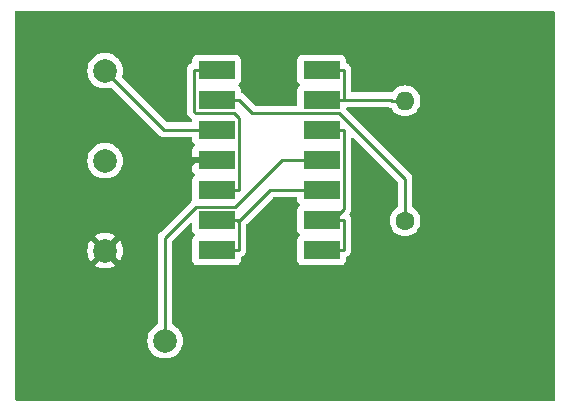
<source format=gbr>
%TF.GenerationSoftware,KiCad,Pcbnew,7.0.7*%
%TF.CreationDate,2023-08-20T03:56:38-07:00*%
%TF.ProjectId,Trial1,54726961-6c31-42e6-9b69-6361645f7063,rev?*%
%TF.SameCoordinates,Original*%
%TF.FileFunction,Copper,L1,Top*%
%TF.FilePolarity,Positive*%
%FSLAX46Y46*%
G04 Gerber Fmt 4.6, Leading zero omitted, Abs format (unit mm)*
G04 Created by KiCad (PCBNEW 7.0.7) date 2023-08-20 03:56:38*
%MOMM*%
%LPD*%
G01*
G04 APERTURE LIST*
%TA.AperFunction,SMDPad,CuDef*%
%ADD10R,3.100000X1.600000*%
%TD*%
%TA.AperFunction,ComponentPad*%
%ADD11C,1.600000*%
%TD*%
%TA.AperFunction,ComponentPad*%
%ADD12O,1.600000X1.600000*%
%TD*%
%TA.AperFunction,ComponentPad*%
%ADD13C,2.000000*%
%TD*%
%TA.AperFunction,Conductor*%
%ADD14C,0.250000*%
%TD*%
G04 APERTURE END LIST*
D10*
%TO.P,U1,14*%
%TO.N,Net-(U1D--)*%
X135175000Y-91370000D03*
%TO.P,U1,13,-*%
X135175000Y-93910000D03*
%TO.P,U1,12,+*%
%TO.N,Net-(U1C--)*%
X135175000Y-96450000D03*
%TO.P,U1,11,V-*%
%TO.N,Net-(U1E-V-)*%
X135175000Y-98990000D03*
%TO.P,U1,10,+*%
%TO.N,Net-(U1B--)*%
X135175000Y-101530000D03*
%TO.P,U1,9,-*%
%TO.N,Net-(U1C--)*%
X135175000Y-104070000D03*
%TO.P,U1,8*%
X135175000Y-106610000D03*
%TO.P,U1,7*%
%TO.N,Net-(U1B--)*%
X126285000Y-106610000D03*
%TO.P,U1,6,-*%
X126285000Y-104070000D03*
%TO.P,U1,5,+*%
%TO.N,Net-(U1B-+)*%
X126285000Y-101530000D03*
%TO.P,U1,4,V+*%
%TO.N,Net-(U1E-V+)*%
X126285000Y-98990000D03*
%TO.P,U1,3,+*%
%TO.N,Net-(U1A-+)*%
X126285000Y-96450000D03*
%TO.P,U1,2,-*%
%TO.N,Net-(U1A--)*%
X126285000Y-93910000D03*
%TO.P,U1,1*%
%TO.N,Net-(U1B-+)*%
X126285000Y-91370000D03*
%TD*%
D11*
%TO.P,R1,1*%
%TO.N,Net-(U1A--)*%
X142240000Y-104140000D03*
D12*
%TO.P,R1,2*%
%TO.N,Net-(U1D--)*%
X142240000Y-93980000D03*
%TD*%
D13*
%TO.P,VEE1,1,1*%
%TO.N,Net-(U1E-V-)*%
X121920000Y-114300000D03*
%TD*%
%TO.P,VCC1,1,1*%
%TO.N,Net-(U1E-V+)*%
X116840000Y-106680000D03*
%TD*%
%TO.P,Output1,1,1*%
%TO.N,Net-(U1D--)*%
X116840000Y-99060000D03*
%TD*%
%TO.P,Input1,1,1*%
%TO.N,Net-(U1A-+)*%
X116840000Y-91440000D03*
%TD*%
D14*
%TO.N,Net-(U1C--)*%
X137050300Y-106610000D02*
X137050300Y-104070000D01*
X135175000Y-106610000D02*
X137050300Y-106610000D01*
X135175000Y-104070000D02*
X136112700Y-104070000D01*
X136112700Y-104070000D02*
X137050300Y-104070000D01*
X137050300Y-103132400D02*
X137050300Y-96450000D01*
X136112700Y-104070000D02*
X137050300Y-103132400D01*
X135175000Y-96450000D02*
X137050300Y-96450000D01*
%TO.N,Net-(U1B--)*%
X126285000Y-106610000D02*
X128160300Y-106610000D01*
X126285000Y-104070000D02*
X128030900Y-104070000D01*
X128160300Y-104164500D02*
X128160300Y-106610000D01*
X128125400Y-104164500D02*
X128160300Y-104164500D01*
X128030900Y-104070000D02*
X128125400Y-104164500D01*
X130794800Y-101530000D02*
X135175000Y-101530000D01*
X128160300Y-104164500D02*
X130794800Y-101530000D01*
%TO.N,Net-(U1B-+)*%
X128160300Y-95449800D02*
X128160300Y-101530000D01*
X127745900Y-95035400D02*
X128160300Y-95449800D01*
X124543500Y-95035400D02*
X127745900Y-95035400D01*
X124409700Y-94901600D02*
X124543500Y-95035400D01*
X124409700Y-91370000D02*
X124409700Y-94901600D01*
X126285000Y-91370000D02*
X124409700Y-91370000D01*
X126285000Y-101530000D02*
X128160300Y-101530000D01*
%TO.N,Net-(U1A--)*%
X129285600Y-95035300D02*
X128160300Y-93910000D01*
X136675800Y-95035300D02*
X129285600Y-95035300D01*
X142240000Y-100599500D02*
X136675800Y-95035300D01*
X142240000Y-104140000D02*
X142240000Y-100599500D01*
X126285000Y-93910000D02*
X128160300Y-93910000D01*
%TO.N,Net-(U1E-V-)*%
X131792300Y-98990000D02*
X135175000Y-98990000D01*
X127837700Y-102944600D02*
X131792300Y-98990000D01*
X124550400Y-102944600D02*
X127837700Y-102944600D01*
X121920000Y-105575000D02*
X124550400Y-102944600D01*
X121920000Y-114300000D02*
X121920000Y-105575000D01*
%TO.N,Net-(U1E-V+)*%
X124409700Y-99110300D02*
X124409700Y-98990000D01*
X116840000Y-106680000D02*
X124409700Y-99110300D01*
X126285000Y-98990000D02*
X124409700Y-98990000D01*
%TO.N,Net-(U1D--)*%
X142240000Y-93980000D02*
X141114700Y-93980000D01*
X135175000Y-91370000D02*
X137050300Y-91370000D01*
X137050300Y-93910000D02*
X137050300Y-91370000D01*
X141044700Y-93910000D02*
X137050300Y-93910000D01*
X141114700Y-93980000D02*
X141044700Y-93910000D01*
X137050300Y-93910000D02*
X135175000Y-93910000D01*
%TO.N,Net-(U1A-+)*%
X121850000Y-96450000D02*
X126285000Y-96450000D01*
X116840000Y-91440000D02*
X121850000Y-96450000D01*
%TD*%
%TA.AperFunction,Conductor*%
%TO.N,Net-(U1E-V+)*%
G36*
X154882539Y-86380185D02*
G01*
X154928294Y-86432989D01*
X154939500Y-86484500D01*
X154939500Y-119255500D01*
X154919815Y-119322539D01*
X154867011Y-119368294D01*
X154815500Y-119379500D01*
X109344500Y-119379500D01*
X109277461Y-119359815D01*
X109231706Y-119307011D01*
X109220500Y-119255500D01*
X109220500Y-106680005D01*
X115334858Y-106680005D01*
X115355385Y-106927729D01*
X115355387Y-106927738D01*
X115416412Y-107168717D01*
X115516266Y-107396364D01*
X115616564Y-107549882D01*
X116231050Y-106935395D01*
X116292373Y-106901910D01*
X116362064Y-106906894D01*
X116417998Y-106948765D01*
X116423039Y-106956025D01*
X116438821Y-106980583D01*
X116458239Y-107010798D01*
X116573602Y-107110759D01*
X116571293Y-107113422D01*
X116606006Y-107153499D01*
X116615935Y-107222660D01*
X116586898Y-107286210D01*
X116580882Y-107292669D01*
X115969942Y-107903609D01*
X116016768Y-107940055D01*
X116016770Y-107940056D01*
X116235385Y-108058364D01*
X116235396Y-108058369D01*
X116470506Y-108139083D01*
X116715707Y-108180000D01*
X116964293Y-108180000D01*
X117209493Y-108139083D01*
X117444603Y-108058369D01*
X117444614Y-108058364D01*
X117663228Y-107940057D01*
X117663231Y-107940055D01*
X117710056Y-107903609D01*
X117099116Y-107292669D01*
X117065631Y-107231346D01*
X117070615Y-107161654D01*
X117107641Y-107112193D01*
X117106398Y-107110759D01*
X117123679Y-107095785D01*
X117221761Y-107010798D01*
X117256954Y-106956037D01*
X117309755Y-106910283D01*
X117378914Y-106900339D01*
X117442470Y-106929363D01*
X117448949Y-106935396D01*
X118063434Y-107549882D01*
X118163731Y-107396369D01*
X118263587Y-107168717D01*
X118324612Y-106927738D01*
X118324614Y-106927729D01*
X118345141Y-106680005D01*
X118345141Y-106679994D01*
X118324614Y-106432270D01*
X118324612Y-106432261D01*
X118263587Y-106191282D01*
X118163731Y-105963630D01*
X118063434Y-105810116D01*
X117448949Y-106424602D01*
X117387626Y-106458087D01*
X117317934Y-106453103D01*
X117262001Y-106411231D01*
X117256953Y-106403961D01*
X117221761Y-106349202D01*
X117106398Y-106249241D01*
X117108698Y-106246585D01*
X117073960Y-106206428D01*
X117064074Y-106137261D01*
X117093152Y-106073729D01*
X117099116Y-106067329D01*
X117710056Y-105456389D01*
X117663229Y-105419943D01*
X117444614Y-105301635D01*
X117444603Y-105301630D01*
X117209493Y-105220916D01*
X116964293Y-105180000D01*
X116715707Y-105180000D01*
X116470506Y-105220916D01*
X116235396Y-105301630D01*
X116235390Y-105301632D01*
X116016761Y-105419949D01*
X115969942Y-105456388D01*
X115969942Y-105456390D01*
X116580883Y-106067330D01*
X116614368Y-106128653D01*
X116609384Y-106198344D01*
X116572358Y-106247805D01*
X116573602Y-106249241D01*
X116458238Y-106349202D01*
X116423046Y-106403962D01*
X116370242Y-106449717D01*
X116301083Y-106459660D01*
X116237528Y-106430634D01*
X116231050Y-106424603D01*
X115616564Y-105810116D01*
X115516267Y-105963632D01*
X115416412Y-106191282D01*
X115355387Y-106432261D01*
X115355385Y-106432270D01*
X115334858Y-106679994D01*
X115334858Y-106680005D01*
X109220500Y-106680005D01*
X109220500Y-99060005D01*
X115334357Y-99060005D01*
X115354890Y-99307812D01*
X115354892Y-99307824D01*
X115415936Y-99548881D01*
X115515826Y-99776606D01*
X115651833Y-99984782D01*
X115651836Y-99984785D01*
X115820256Y-100167738D01*
X116016491Y-100320474D01*
X116235190Y-100438828D01*
X116470386Y-100519571D01*
X116715665Y-100560500D01*
X116964335Y-100560500D01*
X117209614Y-100519571D01*
X117444810Y-100438828D01*
X117663509Y-100320474D01*
X117859744Y-100167738D01*
X118028164Y-99984785D01*
X118164173Y-99776607D01*
X118264063Y-99548881D01*
X118325108Y-99307821D01*
X118330728Y-99240000D01*
X118345643Y-99060005D01*
X118345643Y-99059994D01*
X118325109Y-98812187D01*
X118325107Y-98812175D01*
X118264063Y-98571118D01*
X118164173Y-98343393D01*
X118028166Y-98135217D01*
X117979652Y-98082517D01*
X117859744Y-97952262D01*
X117663509Y-97799526D01*
X117663507Y-97799525D01*
X117663506Y-97799524D01*
X117444811Y-97681172D01*
X117444802Y-97681169D01*
X117209616Y-97600429D01*
X116964335Y-97559500D01*
X116715665Y-97559500D01*
X116470383Y-97600429D01*
X116235197Y-97681169D01*
X116235188Y-97681172D01*
X116016493Y-97799524D01*
X115820257Y-97952261D01*
X115651833Y-98135217D01*
X115515826Y-98343393D01*
X115415936Y-98571118D01*
X115354892Y-98812175D01*
X115354890Y-98812187D01*
X115334357Y-99059994D01*
X115334357Y-99060005D01*
X109220500Y-99060005D01*
X109220500Y-91440005D01*
X115334357Y-91440005D01*
X115354890Y-91687812D01*
X115354892Y-91687824D01*
X115415936Y-91928881D01*
X115515826Y-92156606D01*
X115651833Y-92364782D01*
X115651836Y-92364785D01*
X115820256Y-92547738D01*
X116016491Y-92700474D01*
X116235190Y-92818828D01*
X116470386Y-92899571D01*
X116715665Y-92940500D01*
X116964335Y-92940500D01*
X117209614Y-92899571D01*
X117289287Y-92872218D01*
X117359082Y-92869068D01*
X117417229Y-92901819D01*
X121349197Y-96833788D01*
X121359022Y-96846051D01*
X121359243Y-96845869D01*
X121364214Y-96851878D01*
X121390217Y-96876295D01*
X121414635Y-96899226D01*
X121435529Y-96920120D01*
X121441011Y-96924373D01*
X121445443Y-96928157D01*
X121479418Y-96960062D01*
X121496976Y-96969714D01*
X121513233Y-96980393D01*
X121529064Y-96992673D01*
X121548737Y-97001186D01*
X121571833Y-97011182D01*
X121577077Y-97013750D01*
X121617908Y-97036197D01*
X121630523Y-97039435D01*
X121637305Y-97041177D01*
X121655719Y-97047481D01*
X121674104Y-97055438D01*
X121720157Y-97062732D01*
X121725826Y-97063906D01*
X121770981Y-97075500D01*
X121791016Y-97075500D01*
X121810413Y-97077026D01*
X121830196Y-97080160D01*
X121876583Y-97075775D01*
X121882422Y-97075500D01*
X124110501Y-97075500D01*
X124177540Y-97095185D01*
X124223295Y-97147989D01*
X124234501Y-97199500D01*
X124234501Y-97297876D01*
X124240908Y-97357483D01*
X124291202Y-97492328D01*
X124291206Y-97492335D01*
X124377452Y-97607544D01*
X124377455Y-97607547D01*
X124395487Y-97621046D01*
X124437358Y-97676980D01*
X124442342Y-97746671D01*
X124408856Y-97807994D01*
X124395488Y-97819578D01*
X124377809Y-97832812D01*
X124291649Y-97947906D01*
X124291645Y-97947913D01*
X124241403Y-98082620D01*
X124241401Y-98082627D01*
X124235000Y-98142155D01*
X124235000Y-98142172D01*
X124234999Y-98739999D01*
X124235000Y-98740000D01*
X126411000Y-98740000D01*
X126478039Y-98759685D01*
X126523794Y-98812489D01*
X126535000Y-98864000D01*
X126535000Y-99116000D01*
X126515315Y-99183039D01*
X126462511Y-99228794D01*
X126411000Y-99240000D01*
X124235000Y-99240000D01*
X124235000Y-99837844D01*
X124241401Y-99897372D01*
X124241403Y-99897379D01*
X124291645Y-100032086D01*
X124291649Y-100032093D01*
X124377808Y-100147185D01*
X124395486Y-100160419D01*
X124437357Y-100216352D01*
X124442342Y-100286044D01*
X124408858Y-100347367D01*
X124395490Y-100358951D01*
X124377455Y-100372452D01*
X124377452Y-100372455D01*
X124291206Y-100487664D01*
X124291202Y-100487671D01*
X124240908Y-100622517D01*
X124234501Y-100682116D01*
X124234500Y-100682135D01*
X124234500Y-102333994D01*
X124214815Y-102401033D01*
X124173628Y-102440722D01*
X124163981Y-102446427D01*
X124149808Y-102460600D01*
X124135023Y-102473228D01*
X124118812Y-102485007D01*
X124089109Y-102520910D01*
X124085177Y-102525231D01*
X121536208Y-105074199D01*
X121523951Y-105084020D01*
X121524134Y-105084241D01*
X121518123Y-105089213D01*
X121470772Y-105139636D01*
X121449889Y-105160519D01*
X121449877Y-105160532D01*
X121445621Y-105166017D01*
X121441837Y-105170447D01*
X121409937Y-105204418D01*
X121409936Y-105204420D01*
X121400284Y-105221976D01*
X121389610Y-105238226D01*
X121377329Y-105254061D01*
X121377324Y-105254068D01*
X121358815Y-105296838D01*
X121356245Y-105302084D01*
X121333803Y-105342906D01*
X121328822Y-105362307D01*
X121322521Y-105380710D01*
X121314562Y-105399102D01*
X121314561Y-105399105D01*
X121307271Y-105445127D01*
X121306087Y-105450846D01*
X121294501Y-105495972D01*
X121294500Y-105495982D01*
X121294500Y-105516016D01*
X121292973Y-105535415D01*
X121289840Y-105555194D01*
X121289840Y-105555195D01*
X121294225Y-105601583D01*
X121294500Y-105607421D01*
X121294500Y-112858479D01*
X121274815Y-112925518D01*
X121229519Y-112967533D01*
X121096496Y-113039522D01*
X121096494Y-113039523D01*
X120900257Y-113192261D01*
X120731833Y-113375217D01*
X120595826Y-113583393D01*
X120495936Y-113811118D01*
X120434892Y-114052175D01*
X120434890Y-114052187D01*
X120414357Y-114299994D01*
X120414357Y-114300005D01*
X120434890Y-114547812D01*
X120434892Y-114547824D01*
X120495936Y-114788881D01*
X120595826Y-115016606D01*
X120731833Y-115224782D01*
X120731836Y-115224785D01*
X120900256Y-115407738D01*
X121096491Y-115560474D01*
X121315190Y-115678828D01*
X121550386Y-115759571D01*
X121795665Y-115800500D01*
X122044335Y-115800500D01*
X122289614Y-115759571D01*
X122524810Y-115678828D01*
X122743509Y-115560474D01*
X122939744Y-115407738D01*
X123108164Y-115224785D01*
X123244173Y-115016607D01*
X123344063Y-114788881D01*
X123405108Y-114547821D01*
X123425643Y-114300000D01*
X123405108Y-114052179D01*
X123344063Y-113811119D01*
X123244173Y-113583393D01*
X123244173Y-113583392D01*
X123108166Y-113375217D01*
X123086557Y-113351744D01*
X122939744Y-113192262D01*
X122743509Y-113039526D01*
X122743508Y-113039525D01*
X122743505Y-113039523D01*
X122743503Y-113039522D01*
X122610481Y-112967533D01*
X122560891Y-112918313D01*
X122545500Y-112858479D01*
X122545500Y-105885451D01*
X122565185Y-105818412D01*
X122581814Y-105797775D01*
X124022821Y-104356768D01*
X124084142Y-104323285D01*
X124153834Y-104328269D01*
X124209767Y-104370141D01*
X124234184Y-104435605D01*
X124234500Y-104444451D01*
X124234500Y-104917870D01*
X124234501Y-104917876D01*
X124240908Y-104977483D01*
X124291202Y-105112328D01*
X124291206Y-105112335D01*
X124377452Y-105227544D01*
X124377453Y-105227544D01*
X124377454Y-105227546D01*
X124391721Y-105238226D01*
X124395071Y-105240734D01*
X124436941Y-105296668D01*
X124441925Y-105366360D01*
X124408439Y-105427683D01*
X124395071Y-105439266D01*
X124377452Y-105452455D01*
X124291206Y-105567664D01*
X124291202Y-105567671D01*
X124240908Y-105702517D01*
X124234501Y-105762116D01*
X124234500Y-105762135D01*
X124234500Y-107457870D01*
X124234501Y-107457876D01*
X124240908Y-107517483D01*
X124291202Y-107652328D01*
X124291206Y-107652335D01*
X124377452Y-107767544D01*
X124377455Y-107767547D01*
X124492664Y-107853793D01*
X124492671Y-107853797D01*
X124627517Y-107904091D01*
X124627516Y-107904091D01*
X124634444Y-107904835D01*
X124687127Y-107910500D01*
X127882872Y-107910499D01*
X127942483Y-107904091D01*
X128077331Y-107853796D01*
X128192546Y-107767546D01*
X128278796Y-107652331D01*
X128329091Y-107517483D01*
X128335500Y-107457873D01*
X128335499Y-107300853D01*
X128355183Y-107233815D01*
X128407987Y-107188060D01*
X128421172Y-107182926D01*
X128428741Y-107180467D01*
X128435637Y-107176090D01*
X128456433Y-107165494D01*
X128464032Y-107162486D01*
X128510491Y-107128730D01*
X128513690Y-107126555D01*
X128562177Y-107095786D01*
X128567766Y-107089833D01*
X128585279Y-107074394D01*
X128591887Y-107069594D01*
X128628490Y-107025347D01*
X128631036Y-107022457D01*
X128670362Y-106980582D01*
X128674298Y-106973421D01*
X128687419Y-106954114D01*
X128692624Y-106947823D01*
X128698472Y-106935395D01*
X128717069Y-106895874D01*
X128718828Y-106892419D01*
X128746497Y-106842092D01*
X128748527Y-106834181D01*
X128756435Y-106812218D01*
X128759914Y-106804826D01*
X128770677Y-106748401D01*
X128771510Y-106744670D01*
X128785800Y-106689019D01*
X128785800Y-106680844D01*
X128787997Y-106657606D01*
X128789527Y-106649588D01*
X128785919Y-106592242D01*
X128785800Y-106588434D01*
X128785800Y-104474951D01*
X128805485Y-104407912D01*
X128822119Y-104387271D01*
X131017571Y-102191819D01*
X131078894Y-102158334D01*
X131105252Y-102155500D01*
X133000501Y-102155500D01*
X133067540Y-102175185D01*
X133113295Y-102227989D01*
X133124501Y-102279500D01*
X133124501Y-102377876D01*
X133130908Y-102437483D01*
X133181202Y-102572328D01*
X133181206Y-102572335D01*
X133267452Y-102687544D01*
X133267453Y-102687544D01*
X133267454Y-102687546D01*
X133285071Y-102700734D01*
X133326941Y-102756668D01*
X133331925Y-102826360D01*
X133298439Y-102887683D01*
X133285071Y-102899266D01*
X133267452Y-102912455D01*
X133181206Y-103027664D01*
X133181202Y-103027671D01*
X133130908Y-103162517D01*
X133124501Y-103222116D01*
X133124500Y-103222135D01*
X133124500Y-104917870D01*
X133124501Y-104917876D01*
X133130908Y-104977483D01*
X133181202Y-105112328D01*
X133181206Y-105112335D01*
X133267452Y-105227544D01*
X133267453Y-105227544D01*
X133267454Y-105227546D01*
X133281721Y-105238226D01*
X133285071Y-105240734D01*
X133326941Y-105296668D01*
X133331925Y-105366360D01*
X133298439Y-105427683D01*
X133285071Y-105439266D01*
X133267452Y-105452455D01*
X133181206Y-105567664D01*
X133181202Y-105567671D01*
X133130908Y-105702517D01*
X133124501Y-105762116D01*
X133124500Y-105762135D01*
X133124500Y-107457870D01*
X133124501Y-107457876D01*
X133130908Y-107517483D01*
X133181202Y-107652328D01*
X133181206Y-107652335D01*
X133267452Y-107767544D01*
X133267455Y-107767547D01*
X133382664Y-107853793D01*
X133382671Y-107853797D01*
X133517517Y-107904091D01*
X133517516Y-107904091D01*
X133524444Y-107904835D01*
X133577127Y-107910500D01*
X136772872Y-107910499D01*
X136832483Y-107904091D01*
X136967331Y-107853796D01*
X137082546Y-107767546D01*
X137168796Y-107652331D01*
X137219091Y-107517483D01*
X137225500Y-107457873D01*
X137225499Y-107300853D01*
X137245183Y-107233815D01*
X137297987Y-107188060D01*
X137311172Y-107182926D01*
X137318741Y-107180467D01*
X137325637Y-107176090D01*
X137346433Y-107165494D01*
X137354032Y-107162486D01*
X137400491Y-107128730D01*
X137403690Y-107126555D01*
X137452177Y-107095786D01*
X137457766Y-107089833D01*
X137475279Y-107074394D01*
X137481887Y-107069594D01*
X137518490Y-107025347D01*
X137521036Y-107022457D01*
X137560362Y-106980582D01*
X137564298Y-106973421D01*
X137577419Y-106954114D01*
X137582624Y-106947823D01*
X137588472Y-106935395D01*
X137607069Y-106895874D01*
X137608828Y-106892419D01*
X137636497Y-106842092D01*
X137638527Y-106834181D01*
X137646435Y-106812218D01*
X137649914Y-106804826D01*
X137660677Y-106748401D01*
X137661510Y-106744670D01*
X137675800Y-106689019D01*
X137675800Y-106680844D01*
X137677997Y-106657606D01*
X137679527Y-106649588D01*
X137675921Y-106592275D01*
X137675800Y-106588403D01*
X137675800Y-104140844D01*
X137677997Y-104117606D01*
X137679527Y-104109588D01*
X137675921Y-104052275D01*
X137675800Y-104048403D01*
X137675800Y-104030650D01*
X137673570Y-104013002D01*
X137673210Y-104009191D01*
X137669604Y-103951862D01*
X137667079Y-103944092D01*
X137661987Y-103921314D01*
X137660964Y-103913208D01*
X137639820Y-103859806D01*
X137638511Y-103856170D01*
X137620767Y-103801559D01*
X137616389Y-103794661D01*
X137605795Y-103773868D01*
X137602786Y-103766268D01*
X137569036Y-103719815D01*
X137566845Y-103716592D01*
X137552197Y-103693511D01*
X137536086Y-103668123D01*
X137536085Y-103668122D01*
X137534875Y-103666215D01*
X137515574Y-103599064D01*
X137535641Y-103532138D01*
X137549183Y-103514886D01*
X137560360Y-103502984D01*
X137560359Y-103502984D01*
X137560362Y-103502982D01*
X137570014Y-103485423D01*
X137580689Y-103469172D01*
X137592974Y-103453336D01*
X137611486Y-103410552D01*
X137614042Y-103405335D01*
X137636497Y-103364492D01*
X137641480Y-103345080D01*
X137647777Y-103326691D01*
X137655738Y-103308295D01*
X137663029Y-103262253D01*
X137664208Y-103256562D01*
X137675800Y-103211419D01*
X137675800Y-103191382D01*
X137677327Y-103171982D01*
X137680460Y-103152204D01*
X137676075Y-103105815D01*
X137675800Y-103099977D01*
X137675800Y-97219252D01*
X137695485Y-97152213D01*
X137748289Y-97106458D01*
X137817447Y-97096514D01*
X137881003Y-97125539D01*
X137887481Y-97131571D01*
X141578181Y-100822271D01*
X141611666Y-100883594D01*
X141614500Y-100909952D01*
X141614500Y-102925811D01*
X141594815Y-102992850D01*
X141561623Y-103027386D01*
X141400859Y-103139953D01*
X141239954Y-103300858D01*
X141109432Y-103487265D01*
X141109431Y-103487267D01*
X141013261Y-103693502D01*
X141013258Y-103693511D01*
X140954366Y-103913302D01*
X140954364Y-103913313D01*
X140934532Y-104139998D01*
X140934532Y-104140001D01*
X140954364Y-104366686D01*
X140954366Y-104366697D01*
X141013258Y-104586488D01*
X141013261Y-104586497D01*
X141109431Y-104792732D01*
X141109432Y-104792734D01*
X141239954Y-104979141D01*
X141400858Y-105140045D01*
X141400861Y-105140047D01*
X141587266Y-105270568D01*
X141793504Y-105366739D01*
X142013308Y-105425635D01*
X142169111Y-105439266D01*
X142239998Y-105445468D01*
X142240000Y-105445468D01*
X142240002Y-105445468D01*
X142310889Y-105439266D01*
X142466692Y-105425635D01*
X142686496Y-105366739D01*
X142892734Y-105270568D01*
X143079139Y-105140047D01*
X143240047Y-104979139D01*
X143370568Y-104792734D01*
X143466739Y-104586496D01*
X143525635Y-104366692D01*
X143545468Y-104140000D01*
X143525635Y-103913308D01*
X143466739Y-103693504D01*
X143370568Y-103487266D01*
X143272839Y-103347693D01*
X143240045Y-103300858D01*
X143079140Y-103139953D01*
X142918377Y-103027386D01*
X142874752Y-102972809D01*
X142865500Y-102925811D01*
X142865500Y-100682238D01*
X142867224Y-100666624D01*
X142866938Y-100666597D01*
X142867672Y-100658834D01*
X142865500Y-100589703D01*
X142865500Y-100560151D01*
X142865500Y-100560150D01*
X142864629Y-100553259D01*
X142864172Y-100547445D01*
X142862709Y-100500872D01*
X142857122Y-100481644D01*
X142853174Y-100462584D01*
X142850663Y-100442704D01*
X142833512Y-100399387D01*
X142831619Y-100393858D01*
X142818618Y-100349109D01*
X142818616Y-100349106D01*
X142808423Y-100331871D01*
X142799861Y-100314394D01*
X142792487Y-100295770D01*
X142792486Y-100295768D01*
X142765079Y-100258045D01*
X142761888Y-100253186D01*
X142738172Y-100213083D01*
X142738165Y-100213074D01*
X142724006Y-100198915D01*
X142711368Y-100184119D01*
X142699594Y-100167913D01*
X142699382Y-100167738D01*
X142663688Y-100138209D01*
X142659376Y-100134286D01*
X137272272Y-94747181D01*
X137238787Y-94685858D01*
X137243771Y-94616166D01*
X137285643Y-94560233D01*
X137351107Y-94535816D01*
X137359953Y-94535500D01*
X140794933Y-94535500D01*
X140854669Y-94550837D01*
X140882608Y-94566197D01*
X140895223Y-94569435D01*
X140902005Y-94571177D01*
X140920419Y-94577481D01*
X140938804Y-94585438D01*
X140984857Y-94592732D01*
X140990526Y-94593906D01*
X141035681Y-94605500D01*
X141035685Y-94605500D01*
X141041152Y-94606191D01*
X141105196Y-94634122D01*
X141127186Y-94658090D01*
X141239954Y-94819141D01*
X141400858Y-94980045D01*
X141400861Y-94980047D01*
X141587266Y-95110568D01*
X141793504Y-95206739D01*
X142013308Y-95265635D01*
X142175230Y-95279801D01*
X142239998Y-95285468D01*
X142240000Y-95285468D01*
X142240002Y-95285468D01*
X142296672Y-95280509D01*
X142466692Y-95265635D01*
X142686496Y-95206739D01*
X142892734Y-95110568D01*
X143079139Y-94980047D01*
X143240047Y-94819139D01*
X143370568Y-94632734D01*
X143466739Y-94426496D01*
X143525635Y-94206692D01*
X143545468Y-93980000D01*
X143525635Y-93753308D01*
X143466739Y-93533504D01*
X143370568Y-93327266D01*
X143240047Y-93140861D01*
X143240045Y-93140858D01*
X143079141Y-92979954D01*
X142892734Y-92849432D01*
X142892732Y-92849431D01*
X142686497Y-92753261D01*
X142686488Y-92753258D01*
X142466697Y-92694366D01*
X142466693Y-92694365D01*
X142466692Y-92694365D01*
X142466691Y-92694364D01*
X142466686Y-92694364D01*
X142240002Y-92674532D01*
X142239998Y-92674532D01*
X142013313Y-92694364D01*
X142013302Y-92694366D01*
X141793511Y-92753258D01*
X141793502Y-92753261D01*
X141587267Y-92849431D01*
X141587265Y-92849432D01*
X141400862Y-92979951D01*
X141239953Y-93140861D01*
X141179280Y-93227510D01*
X141124703Y-93271134D01*
X141072391Y-93277222D01*
X141072302Y-93280085D01*
X141064504Y-93279840D01*
X141018116Y-93284225D01*
X141012278Y-93284500D01*
X137799800Y-93284500D01*
X137732761Y-93264815D01*
X137687006Y-93212011D01*
X137675800Y-93160500D01*
X137675800Y-91440844D01*
X137677997Y-91417606D01*
X137679527Y-91409588D01*
X137675921Y-91352275D01*
X137675800Y-91348403D01*
X137675800Y-91330650D01*
X137673570Y-91313002D01*
X137673210Y-91309191D01*
X137669604Y-91251862D01*
X137667079Y-91244092D01*
X137661987Y-91221314D01*
X137660964Y-91213208D01*
X137639820Y-91159806D01*
X137638511Y-91156170D01*
X137620767Y-91101559D01*
X137616389Y-91094661D01*
X137605795Y-91073868D01*
X137602786Y-91066268D01*
X137569036Y-91019815D01*
X137566845Y-91016592D01*
X137560497Y-91006589D01*
X137536086Y-90968123D01*
X137530133Y-90962533D01*
X137514698Y-90945025D01*
X137509894Y-90938413D01*
X137509891Y-90938411D01*
X137509891Y-90938410D01*
X137465661Y-90901820D01*
X137462738Y-90899243D01*
X137420885Y-90859940D01*
X137420877Y-90859934D01*
X137413715Y-90855997D01*
X137394414Y-90842880D01*
X137388124Y-90837676D01*
X137336178Y-90813232D01*
X137332706Y-90811463D01*
X137289761Y-90787854D01*
X137240497Y-90738307D01*
X137225499Y-90679192D01*
X137225499Y-90522129D01*
X137225498Y-90522123D01*
X137225497Y-90522116D01*
X137219091Y-90462517D01*
X137168796Y-90327669D01*
X137168795Y-90327668D01*
X137168793Y-90327664D01*
X137082547Y-90212455D01*
X137082544Y-90212452D01*
X136967335Y-90126206D01*
X136967328Y-90126202D01*
X136832482Y-90075908D01*
X136832483Y-90075908D01*
X136772883Y-90069501D01*
X136772881Y-90069500D01*
X136772873Y-90069500D01*
X136772864Y-90069500D01*
X133577129Y-90069500D01*
X133577123Y-90069501D01*
X133517516Y-90075908D01*
X133382671Y-90126202D01*
X133382664Y-90126206D01*
X133267455Y-90212452D01*
X133267452Y-90212455D01*
X133181206Y-90327664D01*
X133181202Y-90327671D01*
X133130908Y-90462517D01*
X133125243Y-90515215D01*
X133124501Y-90522123D01*
X133124500Y-90522135D01*
X133124500Y-92217870D01*
X133124501Y-92217876D01*
X133130908Y-92277483D01*
X133181202Y-92412328D01*
X133181206Y-92412335D01*
X133267452Y-92527544D01*
X133267453Y-92527544D01*
X133267454Y-92527546D01*
X133285070Y-92540733D01*
X133285071Y-92540734D01*
X133326941Y-92596668D01*
X133331925Y-92666360D01*
X133298439Y-92727683D01*
X133285071Y-92739266D01*
X133267452Y-92752455D01*
X133181206Y-92867664D01*
X133181202Y-92867671D01*
X133130908Y-93002517D01*
X133124501Y-93062116D01*
X133124501Y-93062123D01*
X133124500Y-93062135D01*
X133124501Y-94285800D01*
X133104816Y-94352839D01*
X133052013Y-94398594D01*
X133000501Y-94409800D01*
X129596053Y-94409800D01*
X129529014Y-94390115D01*
X129508372Y-94373481D01*
X128661103Y-93526212D01*
X128651280Y-93513950D01*
X128651059Y-93514134D01*
X128646086Y-93508123D01*
X128595664Y-93460773D01*
X128585219Y-93450328D01*
X128574775Y-93439883D01*
X128569286Y-93435625D01*
X128564861Y-93431847D01*
X128530882Y-93399938D01*
X128530880Y-93399936D01*
X128530877Y-93399935D01*
X128513329Y-93390288D01*
X128497063Y-93379604D01*
X128481233Y-93367325D01*
X128438468Y-93348818D01*
X128433222Y-93346248D01*
X128399764Y-93327855D01*
X128350499Y-93278310D01*
X128335499Y-93219192D01*
X128335499Y-93062129D01*
X128335498Y-93062123D01*
X128335497Y-93062116D01*
X128329091Y-93002517D01*
X128320675Y-92979953D01*
X128278797Y-92867671D01*
X128278793Y-92867664D01*
X128192547Y-92752455D01*
X128192546Y-92752454D01*
X128174930Y-92739267D01*
X128133058Y-92683334D01*
X128128074Y-92613642D01*
X128161558Y-92552319D01*
X128174930Y-92540733D01*
X128192546Y-92527546D01*
X128278796Y-92412331D01*
X128329091Y-92277483D01*
X128335500Y-92217873D01*
X128335499Y-90522128D01*
X128329091Y-90462517D01*
X128278796Y-90327669D01*
X128278795Y-90327668D01*
X128278793Y-90327664D01*
X128192547Y-90212455D01*
X128192544Y-90212452D01*
X128077335Y-90126206D01*
X128077328Y-90126202D01*
X127942482Y-90075908D01*
X127942483Y-90075908D01*
X127882883Y-90069501D01*
X127882881Y-90069500D01*
X127882873Y-90069500D01*
X127882864Y-90069500D01*
X124687129Y-90069500D01*
X124687123Y-90069501D01*
X124627516Y-90075908D01*
X124492671Y-90126202D01*
X124492664Y-90126206D01*
X124377455Y-90212452D01*
X124377452Y-90212455D01*
X124291206Y-90327664D01*
X124291202Y-90327671D01*
X124240908Y-90462517D01*
X124235243Y-90515215D01*
X124234501Y-90522123D01*
X124234500Y-90522135D01*
X124234500Y-90679145D01*
X124214815Y-90746184D01*
X124162011Y-90791939D01*
X124148825Y-90797074D01*
X124141258Y-90799533D01*
X124134352Y-90803915D01*
X124113580Y-90814499D01*
X124105973Y-90817511D01*
X124105962Y-90817517D01*
X124059514Y-90851263D01*
X124056295Y-90853451D01*
X124007823Y-90884213D01*
X124007820Y-90884216D01*
X124002229Y-90890170D01*
X123984729Y-90905599D01*
X123978113Y-90910405D01*
X123978112Y-90910406D01*
X123941512Y-90954646D01*
X123938938Y-90957565D01*
X123899637Y-90999417D01*
X123899635Y-90999420D01*
X123895694Y-91006589D01*
X123882589Y-91025873D01*
X123877377Y-91032173D01*
X123877374Y-91032178D01*
X123852931Y-91084121D01*
X123851164Y-91087589D01*
X123823504Y-91137903D01*
X123823503Y-91137908D01*
X123821469Y-91145828D01*
X123813570Y-91167768D01*
X123810086Y-91175172D01*
X123810084Y-91175178D01*
X123799329Y-91231561D01*
X123798479Y-91235361D01*
X123784200Y-91290976D01*
X123784200Y-91299152D01*
X123782005Y-91322379D01*
X123780473Y-91330412D01*
X123784078Y-91387724D01*
X123784200Y-91391595D01*
X123784200Y-94818855D01*
X123782475Y-94834472D01*
X123782761Y-94834499D01*
X123782026Y-94842265D01*
X123784200Y-94911414D01*
X123784200Y-94940943D01*
X123784201Y-94940960D01*
X123785068Y-94947831D01*
X123785526Y-94953650D01*
X123786990Y-95000224D01*
X123786991Y-95000227D01*
X123792580Y-95019467D01*
X123796524Y-95038511D01*
X123799036Y-95058391D01*
X123816190Y-95101719D01*
X123818082Y-95107247D01*
X123831081Y-95151988D01*
X123841280Y-95169234D01*
X123849838Y-95186703D01*
X123857214Y-95205332D01*
X123884598Y-95243023D01*
X123887806Y-95247907D01*
X123911527Y-95288016D01*
X123911533Y-95288024D01*
X123925690Y-95302180D01*
X123938328Y-95316976D01*
X123950105Y-95333186D01*
X123950106Y-95333187D01*
X123986009Y-95362888D01*
X123990320Y-95366810D01*
X124042693Y-95419184D01*
X124042694Y-95419184D01*
X124052519Y-95431448D01*
X124052740Y-95431266D01*
X124057710Y-95437273D01*
X124057713Y-95437276D01*
X124057714Y-95437277D01*
X124108151Y-95484641D01*
X124129030Y-95505520D01*
X124134504Y-95509766D01*
X124138942Y-95513556D01*
X124172918Y-95545462D01*
X124172924Y-95545465D01*
X124179229Y-95550046D01*
X124177974Y-95551772D01*
X124219493Y-95593517D01*
X124234500Y-95652649D01*
X124234500Y-95700500D01*
X124214815Y-95767539D01*
X124162011Y-95813294D01*
X124110500Y-95824500D01*
X122160452Y-95824500D01*
X122093413Y-95804815D01*
X122072771Y-95788181D01*
X118303660Y-92019069D01*
X118270175Y-91957746D01*
X118271135Y-91900950D01*
X118325108Y-91687821D01*
X118345643Y-91440000D01*
X118343787Y-91417606D01*
X118325109Y-91192187D01*
X118325107Y-91192175D01*
X118264063Y-90951118D01*
X118164173Y-90723393D01*
X118028166Y-90515217D01*
X117979651Y-90462516D01*
X117859744Y-90332262D01*
X117663509Y-90179526D01*
X117663507Y-90179525D01*
X117663506Y-90179524D01*
X117444811Y-90061172D01*
X117444802Y-90061169D01*
X117209616Y-89980429D01*
X116964335Y-89939500D01*
X116715665Y-89939500D01*
X116470383Y-89980429D01*
X116235197Y-90061169D01*
X116235188Y-90061172D01*
X116016493Y-90179524D01*
X115820257Y-90332261D01*
X115651833Y-90515217D01*
X115515826Y-90723393D01*
X115415936Y-90951118D01*
X115354892Y-91192175D01*
X115354890Y-91192187D01*
X115334357Y-91439994D01*
X115334357Y-91440005D01*
X109220500Y-91440005D01*
X109220500Y-86484500D01*
X109240185Y-86417461D01*
X109292989Y-86371706D01*
X109344500Y-86360500D01*
X154815500Y-86360500D01*
X154882539Y-86380185D01*
G37*
%TD.AperFunction*%
%TD*%
M02*

</source>
